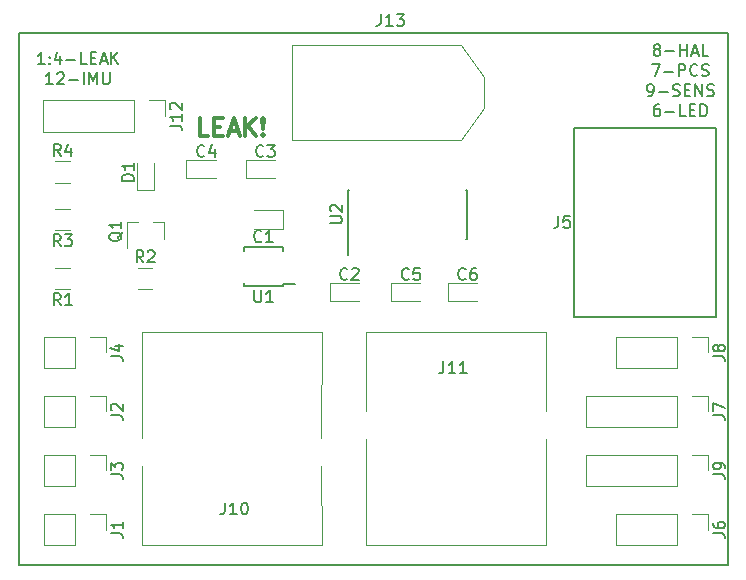
<source format=gbr>
G04 #@! TF.GenerationSoftware,KiCad,Pcbnew,(5.0.0)*
G04 #@! TF.CreationDate,2019-04-11T14:41:24-07:00*
G04 #@! TF.ProjectId,USP-Board,5553502D426F6172642E6B696361645F,rev?*
G04 #@! TF.SameCoordinates,Original*
G04 #@! TF.FileFunction,Legend,Top*
G04 #@! TF.FilePolarity,Positive*
%FSLAX46Y46*%
G04 Gerber Fmt 4.6, Leading zero omitted, Abs format (unit mm)*
G04 Created by KiCad (PCBNEW (5.0.0)) date 04/11/19 14:41:24*
%MOMM*%
%LPD*%
G01*
G04 APERTURE LIST*
%ADD10C,0.200000*%
%ADD11C,0.300000*%
%ADD12C,0.120000*%
%ADD13C,0.150000*%
%ADD14C,0.100000*%
G04 APERTURE END LIST*
D10*
X132166666Y-92602380D02*
X131595238Y-92602380D01*
X131880952Y-92602380D02*
X131880952Y-91602380D01*
X131785714Y-91745238D01*
X131690476Y-91840476D01*
X131595238Y-91888095D01*
X132595238Y-92507142D02*
X132642857Y-92554761D01*
X132595238Y-92602380D01*
X132547619Y-92554761D01*
X132595238Y-92507142D01*
X132595238Y-92602380D01*
X132595238Y-91983333D02*
X132642857Y-92030952D01*
X132595238Y-92078571D01*
X132547619Y-92030952D01*
X132595238Y-91983333D01*
X132595238Y-92078571D01*
X133500000Y-91935714D02*
X133500000Y-92602380D01*
X133261904Y-91554761D02*
X133023809Y-92269047D01*
X133642857Y-92269047D01*
X134023809Y-92221428D02*
X134785714Y-92221428D01*
X135738095Y-92602380D02*
X135261904Y-92602380D01*
X135261904Y-91602380D01*
X136071428Y-92078571D02*
X136404761Y-92078571D01*
X136547619Y-92602380D02*
X136071428Y-92602380D01*
X136071428Y-91602380D01*
X136547619Y-91602380D01*
X136928571Y-92316666D02*
X137404761Y-92316666D01*
X136833333Y-92602380D02*
X137166666Y-91602380D01*
X137500000Y-92602380D01*
X137833333Y-92602380D02*
X137833333Y-91602380D01*
X138404761Y-92602380D02*
X137976190Y-92030952D01*
X138404761Y-91602380D02*
X137833333Y-92173809D01*
X132857142Y-94302380D02*
X132285714Y-94302380D01*
X132571428Y-94302380D02*
X132571428Y-93302380D01*
X132476190Y-93445238D01*
X132380952Y-93540476D01*
X132285714Y-93588095D01*
X133238095Y-93397619D02*
X133285714Y-93350000D01*
X133380952Y-93302380D01*
X133619047Y-93302380D01*
X133714285Y-93350000D01*
X133761904Y-93397619D01*
X133809523Y-93492857D01*
X133809523Y-93588095D01*
X133761904Y-93730952D01*
X133190476Y-94302380D01*
X133809523Y-94302380D01*
X134238095Y-93921428D02*
X135000000Y-93921428D01*
X135476190Y-94302380D02*
X135476190Y-93302380D01*
X135952380Y-94302380D02*
X135952380Y-93302380D01*
X136285714Y-94016666D01*
X136619047Y-93302380D01*
X136619047Y-94302380D01*
X137095238Y-93302380D02*
X137095238Y-94111904D01*
X137142857Y-94207142D01*
X137190476Y-94254761D01*
X137285714Y-94302380D01*
X137476190Y-94302380D01*
X137571428Y-94254761D01*
X137619047Y-94207142D01*
X137666666Y-94111904D01*
X137666666Y-93302380D01*
X183928571Y-91330952D02*
X183833333Y-91283333D01*
X183785714Y-91235714D01*
X183738095Y-91140476D01*
X183738095Y-91092857D01*
X183785714Y-90997619D01*
X183833333Y-90950000D01*
X183928571Y-90902380D01*
X184119047Y-90902380D01*
X184214285Y-90950000D01*
X184261904Y-90997619D01*
X184309523Y-91092857D01*
X184309523Y-91140476D01*
X184261904Y-91235714D01*
X184214285Y-91283333D01*
X184119047Y-91330952D01*
X183928571Y-91330952D01*
X183833333Y-91378571D01*
X183785714Y-91426190D01*
X183738095Y-91521428D01*
X183738095Y-91711904D01*
X183785714Y-91807142D01*
X183833333Y-91854761D01*
X183928571Y-91902380D01*
X184119047Y-91902380D01*
X184214285Y-91854761D01*
X184261904Y-91807142D01*
X184309523Y-91711904D01*
X184309523Y-91521428D01*
X184261904Y-91426190D01*
X184214285Y-91378571D01*
X184119047Y-91330952D01*
X184738095Y-91521428D02*
X185500000Y-91521428D01*
X185976190Y-91902380D02*
X185976190Y-90902380D01*
X185976190Y-91378571D02*
X186547619Y-91378571D01*
X186547619Y-91902380D02*
X186547619Y-90902380D01*
X186976190Y-91616666D02*
X187452380Y-91616666D01*
X186880952Y-91902380D02*
X187214285Y-90902380D01*
X187547619Y-91902380D01*
X188357142Y-91902380D02*
X187880952Y-91902380D01*
X187880952Y-90902380D01*
X183571428Y-92602380D02*
X184238095Y-92602380D01*
X183809523Y-93602380D01*
X184619047Y-93221428D02*
X185380952Y-93221428D01*
X185857142Y-93602380D02*
X185857142Y-92602380D01*
X186238095Y-92602380D01*
X186333333Y-92650000D01*
X186380952Y-92697619D01*
X186428571Y-92792857D01*
X186428571Y-92935714D01*
X186380952Y-93030952D01*
X186333333Y-93078571D01*
X186238095Y-93126190D01*
X185857142Y-93126190D01*
X187428571Y-93507142D02*
X187380952Y-93554761D01*
X187238095Y-93602380D01*
X187142857Y-93602380D01*
X187000000Y-93554761D01*
X186904761Y-93459523D01*
X186857142Y-93364285D01*
X186809523Y-93173809D01*
X186809523Y-93030952D01*
X186857142Y-92840476D01*
X186904761Y-92745238D01*
X187000000Y-92650000D01*
X187142857Y-92602380D01*
X187238095Y-92602380D01*
X187380952Y-92650000D01*
X187428571Y-92697619D01*
X187809523Y-93554761D02*
X187952380Y-93602380D01*
X188190476Y-93602380D01*
X188285714Y-93554761D01*
X188333333Y-93507142D01*
X188380952Y-93411904D01*
X188380952Y-93316666D01*
X188333333Y-93221428D01*
X188285714Y-93173809D01*
X188190476Y-93126190D01*
X188000000Y-93078571D01*
X187904761Y-93030952D01*
X187857142Y-92983333D01*
X187809523Y-92888095D01*
X187809523Y-92792857D01*
X187857142Y-92697619D01*
X187904761Y-92650000D01*
X188000000Y-92602380D01*
X188238095Y-92602380D01*
X188380952Y-92650000D01*
X183261904Y-95302380D02*
X183452380Y-95302380D01*
X183547619Y-95254761D01*
X183595238Y-95207142D01*
X183690476Y-95064285D01*
X183738095Y-94873809D01*
X183738095Y-94492857D01*
X183690476Y-94397619D01*
X183642857Y-94350000D01*
X183547619Y-94302380D01*
X183357142Y-94302380D01*
X183261904Y-94350000D01*
X183214285Y-94397619D01*
X183166666Y-94492857D01*
X183166666Y-94730952D01*
X183214285Y-94826190D01*
X183261904Y-94873809D01*
X183357142Y-94921428D01*
X183547619Y-94921428D01*
X183642857Y-94873809D01*
X183690476Y-94826190D01*
X183738095Y-94730952D01*
X184166666Y-94921428D02*
X184928571Y-94921428D01*
X185357142Y-95254761D02*
X185500000Y-95302380D01*
X185738095Y-95302380D01*
X185833333Y-95254761D01*
X185880952Y-95207142D01*
X185928571Y-95111904D01*
X185928571Y-95016666D01*
X185880952Y-94921428D01*
X185833333Y-94873809D01*
X185738095Y-94826190D01*
X185547619Y-94778571D01*
X185452380Y-94730952D01*
X185404761Y-94683333D01*
X185357142Y-94588095D01*
X185357142Y-94492857D01*
X185404761Y-94397619D01*
X185452380Y-94350000D01*
X185547619Y-94302380D01*
X185785714Y-94302380D01*
X185928571Y-94350000D01*
X186357142Y-94778571D02*
X186690476Y-94778571D01*
X186833333Y-95302380D02*
X186357142Y-95302380D01*
X186357142Y-94302380D01*
X186833333Y-94302380D01*
X187261904Y-95302380D02*
X187261904Y-94302380D01*
X187833333Y-95302380D01*
X187833333Y-94302380D01*
X188261904Y-95254761D02*
X188404761Y-95302380D01*
X188642857Y-95302380D01*
X188738095Y-95254761D01*
X188785714Y-95207142D01*
X188833333Y-95111904D01*
X188833333Y-95016666D01*
X188785714Y-94921428D01*
X188738095Y-94873809D01*
X188642857Y-94826190D01*
X188452380Y-94778571D01*
X188357142Y-94730952D01*
X188309523Y-94683333D01*
X188261904Y-94588095D01*
X188261904Y-94492857D01*
X188309523Y-94397619D01*
X188357142Y-94350000D01*
X188452380Y-94302380D01*
X188690476Y-94302380D01*
X188833333Y-94350000D01*
X184214285Y-96002380D02*
X184023809Y-96002380D01*
X183928571Y-96050000D01*
X183880952Y-96097619D01*
X183785714Y-96240476D01*
X183738095Y-96430952D01*
X183738095Y-96811904D01*
X183785714Y-96907142D01*
X183833333Y-96954761D01*
X183928571Y-97002380D01*
X184119047Y-97002380D01*
X184214285Y-96954761D01*
X184261904Y-96907142D01*
X184309523Y-96811904D01*
X184309523Y-96573809D01*
X184261904Y-96478571D01*
X184214285Y-96430952D01*
X184119047Y-96383333D01*
X183928571Y-96383333D01*
X183833333Y-96430952D01*
X183785714Y-96478571D01*
X183738095Y-96573809D01*
X184738095Y-96621428D02*
X185500000Y-96621428D01*
X186452380Y-97002380D02*
X185976190Y-97002380D01*
X185976190Y-96002380D01*
X186785714Y-96478571D02*
X187119047Y-96478571D01*
X187261904Y-97002380D02*
X186785714Y-97002380D01*
X186785714Y-96002380D01*
X187261904Y-96002380D01*
X187690476Y-97002380D02*
X187690476Y-96002380D01*
X187928571Y-96002380D01*
X188071428Y-96050000D01*
X188166666Y-96145238D01*
X188214285Y-96240476D01*
X188261904Y-96430952D01*
X188261904Y-96573809D01*
X188214285Y-96764285D01*
X188166666Y-96859523D01*
X188071428Y-96954761D01*
X187928571Y-97002380D01*
X187690476Y-97002380D01*
D11*
X146035714Y-98678571D02*
X145321428Y-98678571D01*
X145321428Y-97178571D01*
X146535714Y-97892857D02*
X147035714Y-97892857D01*
X147250000Y-98678571D02*
X146535714Y-98678571D01*
X146535714Y-97178571D01*
X147250000Y-97178571D01*
X147821428Y-98250000D02*
X148535714Y-98250000D01*
X147678571Y-98678571D02*
X148178571Y-97178571D01*
X148678571Y-98678571D01*
X149178571Y-98678571D02*
X149178571Y-97178571D01*
X150035714Y-98678571D02*
X149392857Y-97821428D01*
X150035714Y-97178571D02*
X149178571Y-98035714D01*
X150678571Y-98535714D02*
X150750000Y-98607142D01*
X150678571Y-98678571D01*
X150607142Y-98607142D01*
X150678571Y-98535714D01*
X150678571Y-98678571D01*
X150678571Y-98107142D02*
X150607142Y-97250000D01*
X150678571Y-97178571D01*
X150750000Y-97250000D01*
X150678571Y-98107142D01*
X150678571Y-97178571D01*
D10*
X130000000Y-135000000D02*
X130000000Y-90000000D01*
X190000000Y-135000000D02*
X130000000Y-135000000D01*
X190000000Y-90000000D02*
X190000000Y-135000000D01*
X130000000Y-90000000D02*
X190000000Y-90000000D01*
D12*
G04 #@! TO.C,J10*
X140380000Y-133305001D02*
X155620000Y-133305001D01*
X155620000Y-115275001D02*
X155610000Y-124265001D01*
X155620000Y-115275001D02*
X140380000Y-115275001D01*
X140380000Y-115275001D02*
X140380000Y-124275001D01*
X155610000Y-126605001D02*
X155620000Y-133305001D01*
X140380000Y-126595001D02*
X140380000Y-133305001D01*
G04 #@! TO.C,J11*
X174620000Y-121985001D02*
X174620000Y-115275001D01*
X159390000Y-121975001D02*
X159380000Y-115275001D01*
X174620000Y-133305001D02*
X174620000Y-124305001D01*
X159380000Y-133305001D02*
X174620000Y-133305001D01*
X159380000Y-133305001D02*
X159390000Y-124315001D01*
X174620000Y-115275001D02*
X159380000Y-115275001D01*
G04 #@! TO.C,C1*
X152379643Y-104951759D02*
X149894643Y-104951759D01*
X152379643Y-106521759D02*
X152379643Y-104951759D01*
X149894643Y-106521759D02*
X152379643Y-106521759D01*
G04 #@! TO.C,C2*
X158777446Y-111105998D02*
X156292446Y-111105998D01*
X156292446Y-111105998D02*
X156292446Y-112675998D01*
X156292446Y-112675998D02*
X158777446Y-112675998D01*
G04 #@! TO.C,C3*
X151665838Y-100681063D02*
X149180838Y-100681063D01*
X149180838Y-100681063D02*
X149180838Y-102251063D01*
X149180838Y-102251063D02*
X151665838Y-102251063D01*
G04 #@! TO.C,C4*
X144180838Y-102251063D02*
X146665838Y-102251063D01*
X144180838Y-100681063D02*
X144180838Y-102251063D01*
X146665838Y-100681063D02*
X144180838Y-100681063D01*
G04 #@! TO.C,C5*
X163977446Y-111105998D02*
X161492446Y-111105998D01*
X161492446Y-111105998D02*
X161492446Y-112675998D01*
X161492446Y-112675998D02*
X163977446Y-112675998D01*
G04 #@! TO.C,C6*
X166292446Y-112675998D02*
X168777446Y-112675998D01*
X166292446Y-111105998D02*
X166292446Y-112675998D01*
X168777446Y-111105998D02*
X166292446Y-111105998D01*
G04 #@! TO.C,D1*
X139959643Y-100936759D02*
X139959643Y-103221759D01*
X139959643Y-103221759D02*
X141429643Y-103221759D01*
X141429643Y-103221759D02*
X141429643Y-100936759D01*
G04 #@! TO.C,J1*
X137330000Y-130670000D02*
X137330000Y-132000000D01*
X136000000Y-130670000D02*
X137330000Y-130670000D01*
X134730000Y-130670000D02*
X134730000Y-133330000D01*
X134730000Y-133330000D02*
X132130000Y-133330000D01*
X134730000Y-130670000D02*
X132130000Y-130670000D01*
X132130000Y-130670000D02*
X132130000Y-133330000D01*
G04 #@! TO.C,J2*
X132130000Y-120670000D02*
X132130000Y-123330000D01*
X134730000Y-120670000D02*
X132130000Y-120670000D01*
X134730000Y-123330000D02*
X132130000Y-123330000D01*
X134730000Y-120670000D02*
X134730000Y-123330000D01*
X136000000Y-120670000D02*
X137330000Y-120670000D01*
X137330000Y-120670000D02*
X137330000Y-122000000D01*
G04 #@! TO.C,J3*
X137330000Y-125670000D02*
X137330000Y-127000000D01*
X136000000Y-125670000D02*
X137330000Y-125670000D01*
X134730000Y-125670000D02*
X134730000Y-128330000D01*
X134730000Y-128330000D02*
X132130000Y-128330000D01*
X134730000Y-125670000D02*
X132130000Y-125670000D01*
X132130000Y-125670000D02*
X132130000Y-128330000D01*
G04 #@! TO.C,J4*
X132130000Y-115670000D02*
X132130000Y-118330000D01*
X134730000Y-115670000D02*
X132130000Y-115670000D01*
X134730000Y-118330000D02*
X132130000Y-118330000D01*
X134730000Y-115670000D02*
X134730000Y-118330000D01*
X136000000Y-115670000D02*
X137330000Y-115670000D01*
X137330000Y-115670000D02*
X137330000Y-117000000D01*
D13*
G04 #@! TO.C,J5*
X189000000Y-114000000D02*
X177000000Y-114000000D01*
X177000000Y-114000000D02*
X177000000Y-98000000D01*
X177000000Y-98000000D02*
X189000000Y-98000000D01*
X189000000Y-98000000D02*
X189000000Y-114000000D01*
D12*
G04 #@! TO.C,J6*
X188330000Y-130670000D02*
X188330000Y-132000000D01*
X187000000Y-130670000D02*
X188330000Y-130670000D01*
X185730000Y-130670000D02*
X185730000Y-133330000D01*
X185730000Y-133330000D02*
X180590000Y-133330000D01*
X185730000Y-130670000D02*
X180590000Y-130670000D01*
X180590000Y-130670000D02*
X180590000Y-133330000D01*
G04 #@! TO.C,J7*
X188330000Y-120670000D02*
X188330000Y-122000000D01*
X187000000Y-120670000D02*
X188330000Y-120670000D01*
X185730000Y-120670000D02*
X185730000Y-123330000D01*
X185730000Y-123330000D02*
X178050000Y-123330000D01*
X185730000Y-120670000D02*
X178050000Y-120670000D01*
X178050000Y-120670000D02*
X178050000Y-123330000D01*
G04 #@! TO.C,J8*
X180590000Y-115670000D02*
X180590000Y-118330000D01*
X185730000Y-115670000D02*
X180590000Y-115670000D01*
X185730000Y-118330000D02*
X180590000Y-118330000D01*
X185730000Y-115670000D02*
X185730000Y-118330000D01*
X187000000Y-115670000D02*
X188330000Y-115670000D01*
X188330000Y-115670000D02*
X188330000Y-117000000D01*
G04 #@! TO.C,J9*
X178050000Y-125670000D02*
X178050000Y-128330000D01*
X185730000Y-125670000D02*
X178050000Y-125670000D01*
X185730000Y-128330000D02*
X178050000Y-128330000D01*
X185730000Y-125670000D02*
X185730000Y-128330000D01*
X187000000Y-125670000D02*
X188330000Y-125670000D01*
X188330000Y-125670000D02*
X188330000Y-127000000D01*
G04 #@! TO.C,J12*
X132050000Y-95670000D02*
X132050000Y-98330000D01*
X139730000Y-95670000D02*
X132050000Y-95670000D01*
X139730000Y-98330000D02*
X132050000Y-98330000D01*
X139730000Y-95670000D02*
X139730000Y-98330000D01*
X141000000Y-95670000D02*
X142330000Y-95670000D01*
X142330000Y-95670000D02*
X142330000Y-97000000D01*
G04 #@! TO.C,Q1*
X142274643Y-105976759D02*
X141344643Y-105976759D01*
X139114643Y-105976759D02*
X140044643Y-105976759D01*
X139114643Y-105976759D02*
X139114643Y-108136759D01*
X142274643Y-105976759D02*
X142274643Y-107436759D01*
G04 #@! TO.C,R1*
X134296707Y-109826759D02*
X133092579Y-109826759D01*
X134296707Y-111646759D02*
X133092579Y-111646759D01*
G04 #@! TO.C,R2*
X140092579Y-109826759D02*
X141296707Y-109826759D01*
X140092579Y-111646759D02*
X141296707Y-111646759D01*
G04 #@! TO.C,R3*
X134296707Y-104826759D02*
X133092579Y-104826759D01*
X134296707Y-106646759D02*
X133092579Y-106646759D01*
G04 #@! TO.C,R4*
X133092579Y-100826759D02*
X134296707Y-100826759D01*
X133092579Y-102646759D02*
X134296707Y-102646759D01*
D13*
G04 #@! TO.C,U1*
X152319643Y-111361759D02*
X152319643Y-111186759D01*
X149069643Y-111361759D02*
X149069643Y-111086759D01*
X149069643Y-108111759D02*
X149069643Y-108386759D01*
X152319643Y-108111759D02*
X152319643Y-108386759D01*
X152319643Y-111361759D02*
X149069643Y-111361759D01*
X152319643Y-108111759D02*
X149069643Y-108111759D01*
X152319643Y-111186759D02*
X153394643Y-111186759D01*
G04 #@! TO.C,U2*
X157825000Y-107375000D02*
X157850000Y-107375000D01*
X157825000Y-103225000D02*
X157930000Y-103225000D01*
X167975000Y-103225000D02*
X167870000Y-103225000D01*
X167975000Y-107375000D02*
X167870000Y-107375000D01*
X157825000Y-107375000D02*
X157825000Y-103225000D01*
X167975000Y-107375000D02*
X167975000Y-103225000D01*
X157850000Y-107375000D02*
X157850000Y-108750000D01*
D14*
G04 #@! TO.C,J13*
X157800000Y-91000000D02*
X153100000Y-91000000D01*
X153100000Y-91000000D02*
X153100000Y-92600000D01*
X157500000Y-99000000D02*
X153300000Y-99000000D01*
X153300000Y-99000000D02*
X153200000Y-99000000D01*
X153200000Y-99000000D02*
X153100000Y-99000000D01*
X153100000Y-99000000D02*
X153100000Y-95000000D01*
X167400000Y-91000000D02*
X169400000Y-93700000D01*
X167400000Y-99000000D02*
X169400000Y-96300000D01*
X169400000Y-95000000D02*
X169400000Y-93750000D01*
X169400000Y-95000000D02*
X169400000Y-96250000D01*
X165000000Y-91000000D02*
X167400000Y-91000000D01*
X162000000Y-91000000D02*
X165000000Y-91000000D01*
X165000000Y-99000000D02*
X167400000Y-99000000D01*
X161900000Y-99000000D02*
X165000000Y-99000000D01*
X169400000Y-95100000D02*
X169400000Y-94800000D01*
X153100000Y-95000000D02*
X153100000Y-92600000D01*
X157500000Y-99000000D02*
X161900000Y-99000000D01*
X157800000Y-91000000D02*
X162000000Y-91000000D01*
G04 #@! TD*
G04 #@! TO.C,J10*
D13*
X147440476Y-129717381D02*
X147440476Y-130431667D01*
X147392857Y-130574524D01*
X147297619Y-130669762D01*
X147154761Y-130717381D01*
X147059523Y-130717381D01*
X148440476Y-130717381D02*
X147869047Y-130717381D01*
X148154761Y-130717381D02*
X148154761Y-129717381D01*
X148059523Y-129860239D01*
X147964285Y-129955477D01*
X147869047Y-130003096D01*
X149059523Y-129717381D02*
X149154761Y-129717381D01*
X149250000Y-129765001D01*
X149297619Y-129812620D01*
X149345238Y-129907858D01*
X149392857Y-130098334D01*
X149392857Y-130336429D01*
X149345238Y-130526905D01*
X149297619Y-130622143D01*
X149250000Y-130669762D01*
X149154761Y-130717381D01*
X149059523Y-130717381D01*
X148964285Y-130669762D01*
X148916666Y-130622143D01*
X148869047Y-130526905D01*
X148821428Y-130336429D01*
X148821428Y-130098334D01*
X148869047Y-129907858D01*
X148916666Y-129812620D01*
X148964285Y-129765001D01*
X149059523Y-129717381D01*
G04 #@! TO.C,J11*
X165940476Y-117767381D02*
X165940476Y-118481667D01*
X165892857Y-118624524D01*
X165797619Y-118719762D01*
X165654761Y-118767381D01*
X165559523Y-118767381D01*
X166940476Y-118767381D02*
X166369047Y-118767381D01*
X166654761Y-118767381D02*
X166654761Y-117767381D01*
X166559523Y-117910239D01*
X166464285Y-118005477D01*
X166369047Y-118053096D01*
X167892857Y-118767381D02*
X167321428Y-118767381D01*
X167607142Y-118767381D02*
X167607142Y-117767381D01*
X167511904Y-117910239D01*
X167416666Y-118005477D01*
X167321428Y-118053096D01*
G04 #@! TO.C,C1*
X150527976Y-107573901D02*
X150480357Y-107621520D01*
X150337500Y-107669139D01*
X150242262Y-107669139D01*
X150099404Y-107621520D01*
X150004166Y-107526282D01*
X149956547Y-107431044D01*
X149908928Y-107240568D01*
X149908928Y-107097711D01*
X149956547Y-106907235D01*
X150004166Y-106811997D01*
X150099404Y-106716759D01*
X150242262Y-106669139D01*
X150337500Y-106669139D01*
X150480357Y-106716759D01*
X150527976Y-106764378D01*
X151480357Y-107669139D02*
X150908928Y-107669139D01*
X151194643Y-107669139D02*
X151194643Y-106669139D01*
X151099404Y-106811997D01*
X151004166Y-106907235D01*
X150908928Y-106954854D01*
G04 #@! TO.C,C2*
X157810779Y-110768140D02*
X157763160Y-110815759D01*
X157620303Y-110863378D01*
X157525065Y-110863378D01*
X157382207Y-110815759D01*
X157286969Y-110720521D01*
X157239350Y-110625283D01*
X157191731Y-110434807D01*
X157191731Y-110291950D01*
X157239350Y-110101474D01*
X157286969Y-110006236D01*
X157382207Y-109910998D01*
X157525065Y-109863378D01*
X157620303Y-109863378D01*
X157763160Y-109910998D01*
X157810779Y-109958617D01*
X158191731Y-109958617D02*
X158239350Y-109910998D01*
X158334588Y-109863378D01*
X158572684Y-109863378D01*
X158667922Y-109910998D01*
X158715541Y-109958617D01*
X158763160Y-110053855D01*
X158763160Y-110149093D01*
X158715541Y-110291950D01*
X158144112Y-110863378D01*
X158763160Y-110863378D01*
G04 #@! TO.C,C3*
X150699171Y-100343205D02*
X150651552Y-100390824D01*
X150508695Y-100438443D01*
X150413457Y-100438443D01*
X150270599Y-100390824D01*
X150175361Y-100295586D01*
X150127742Y-100200348D01*
X150080123Y-100009872D01*
X150080123Y-99867015D01*
X150127742Y-99676539D01*
X150175361Y-99581301D01*
X150270599Y-99486063D01*
X150413457Y-99438443D01*
X150508695Y-99438443D01*
X150651552Y-99486063D01*
X150699171Y-99533682D01*
X151032504Y-99438443D02*
X151651552Y-99438443D01*
X151318218Y-99819396D01*
X151461076Y-99819396D01*
X151556314Y-99867015D01*
X151603933Y-99914634D01*
X151651552Y-100009872D01*
X151651552Y-100247967D01*
X151603933Y-100343205D01*
X151556314Y-100390824D01*
X151461076Y-100438443D01*
X151175361Y-100438443D01*
X151080123Y-100390824D01*
X151032504Y-100343205D01*
G04 #@! TO.C,C4*
X145699171Y-100343205D02*
X145651552Y-100390824D01*
X145508695Y-100438443D01*
X145413457Y-100438443D01*
X145270599Y-100390824D01*
X145175361Y-100295586D01*
X145127742Y-100200348D01*
X145080123Y-100009872D01*
X145080123Y-99867015D01*
X145127742Y-99676539D01*
X145175361Y-99581301D01*
X145270599Y-99486063D01*
X145413457Y-99438443D01*
X145508695Y-99438443D01*
X145651552Y-99486063D01*
X145699171Y-99533682D01*
X146556314Y-99771777D02*
X146556314Y-100438443D01*
X146318218Y-99390824D02*
X146080123Y-100105110D01*
X146699171Y-100105110D01*
G04 #@! TO.C,C5*
X163010779Y-110768140D02*
X162963160Y-110815759D01*
X162820303Y-110863378D01*
X162725065Y-110863378D01*
X162582207Y-110815759D01*
X162486969Y-110720521D01*
X162439350Y-110625283D01*
X162391731Y-110434807D01*
X162391731Y-110291950D01*
X162439350Y-110101474D01*
X162486969Y-110006236D01*
X162582207Y-109910998D01*
X162725065Y-109863378D01*
X162820303Y-109863378D01*
X162963160Y-109910998D01*
X163010779Y-109958617D01*
X163915541Y-109863378D02*
X163439350Y-109863378D01*
X163391731Y-110339569D01*
X163439350Y-110291950D01*
X163534588Y-110244331D01*
X163772684Y-110244331D01*
X163867922Y-110291950D01*
X163915541Y-110339569D01*
X163963160Y-110434807D01*
X163963160Y-110672902D01*
X163915541Y-110768140D01*
X163867922Y-110815759D01*
X163772684Y-110863378D01*
X163534588Y-110863378D01*
X163439350Y-110815759D01*
X163391731Y-110768140D01*
G04 #@! TO.C,C6*
X167810779Y-110768140D02*
X167763160Y-110815759D01*
X167620303Y-110863378D01*
X167525065Y-110863378D01*
X167382207Y-110815759D01*
X167286969Y-110720521D01*
X167239350Y-110625283D01*
X167191731Y-110434807D01*
X167191731Y-110291950D01*
X167239350Y-110101474D01*
X167286969Y-110006236D01*
X167382207Y-109910998D01*
X167525065Y-109863378D01*
X167620303Y-109863378D01*
X167763160Y-109910998D01*
X167810779Y-109958617D01*
X168667922Y-109863378D02*
X168477446Y-109863378D01*
X168382207Y-109910998D01*
X168334588Y-109958617D01*
X168239350Y-110101474D01*
X168191731Y-110291950D01*
X168191731Y-110672902D01*
X168239350Y-110768140D01*
X168286969Y-110815759D01*
X168382207Y-110863378D01*
X168572684Y-110863378D01*
X168667922Y-110815759D01*
X168715541Y-110768140D01*
X168763160Y-110672902D01*
X168763160Y-110434807D01*
X168715541Y-110339569D01*
X168667922Y-110291950D01*
X168572684Y-110244331D01*
X168382207Y-110244331D01*
X168286969Y-110291950D01*
X168239350Y-110339569D01*
X168191731Y-110434807D01*
G04 #@! TO.C,D1*
X139717023Y-102474854D02*
X138717023Y-102474854D01*
X138717023Y-102236759D01*
X138764643Y-102093901D01*
X138859881Y-101998663D01*
X138955119Y-101951044D01*
X139145595Y-101903425D01*
X139288452Y-101903425D01*
X139478928Y-101951044D01*
X139574166Y-101998663D01*
X139669404Y-102093901D01*
X139717023Y-102236759D01*
X139717023Y-102474854D01*
X139717023Y-100951044D02*
X139717023Y-101522473D01*
X139717023Y-101236759D02*
X138717023Y-101236759D01*
X138859881Y-101331997D01*
X138955119Y-101427235D01*
X139002738Y-101522473D01*
G04 #@! TO.C,J1*
X137782380Y-132333333D02*
X138496666Y-132333333D01*
X138639523Y-132380952D01*
X138734761Y-132476190D01*
X138782380Y-132619047D01*
X138782380Y-132714285D01*
X138782380Y-131333333D02*
X138782380Y-131904761D01*
X138782380Y-131619047D02*
X137782380Y-131619047D01*
X137925238Y-131714285D01*
X138020476Y-131809523D01*
X138068095Y-131904761D01*
G04 #@! TO.C,J2*
X137782380Y-122333333D02*
X138496666Y-122333333D01*
X138639523Y-122380952D01*
X138734761Y-122476190D01*
X138782380Y-122619047D01*
X138782380Y-122714285D01*
X137877619Y-121904761D02*
X137830000Y-121857142D01*
X137782380Y-121761904D01*
X137782380Y-121523809D01*
X137830000Y-121428571D01*
X137877619Y-121380952D01*
X137972857Y-121333333D01*
X138068095Y-121333333D01*
X138210952Y-121380952D01*
X138782380Y-121952380D01*
X138782380Y-121333333D01*
G04 #@! TO.C,J3*
X137782380Y-127333333D02*
X138496666Y-127333333D01*
X138639523Y-127380952D01*
X138734761Y-127476190D01*
X138782380Y-127619047D01*
X138782380Y-127714285D01*
X137782380Y-126952380D02*
X137782380Y-126333333D01*
X138163333Y-126666666D01*
X138163333Y-126523809D01*
X138210952Y-126428571D01*
X138258571Y-126380952D01*
X138353809Y-126333333D01*
X138591904Y-126333333D01*
X138687142Y-126380952D01*
X138734761Y-126428571D01*
X138782380Y-126523809D01*
X138782380Y-126809523D01*
X138734761Y-126904761D01*
X138687142Y-126952380D01*
G04 #@! TO.C,J4*
X137782380Y-117333333D02*
X138496666Y-117333333D01*
X138639523Y-117380952D01*
X138734761Y-117476190D01*
X138782380Y-117619047D01*
X138782380Y-117714285D01*
X138115714Y-116428571D02*
X138782380Y-116428571D01*
X137734761Y-116666666D02*
X138449047Y-116904761D01*
X138449047Y-116285714D01*
G04 #@! TO.C,J5*
X175666666Y-105452380D02*
X175666666Y-106166666D01*
X175619047Y-106309523D01*
X175523809Y-106404761D01*
X175380952Y-106452380D01*
X175285714Y-106452380D01*
X176619047Y-105452380D02*
X176142857Y-105452380D01*
X176095238Y-105928571D01*
X176142857Y-105880952D01*
X176238095Y-105833333D01*
X176476190Y-105833333D01*
X176571428Y-105880952D01*
X176619047Y-105928571D01*
X176666666Y-106023809D01*
X176666666Y-106261904D01*
X176619047Y-106357142D01*
X176571428Y-106404761D01*
X176476190Y-106452380D01*
X176238095Y-106452380D01*
X176142857Y-106404761D01*
X176095238Y-106357142D01*
G04 #@! TO.C,J6*
X188782380Y-132333333D02*
X189496666Y-132333333D01*
X189639523Y-132380952D01*
X189734761Y-132476190D01*
X189782380Y-132619047D01*
X189782380Y-132714285D01*
X188782380Y-131428571D02*
X188782380Y-131619047D01*
X188830000Y-131714285D01*
X188877619Y-131761904D01*
X189020476Y-131857142D01*
X189210952Y-131904761D01*
X189591904Y-131904761D01*
X189687142Y-131857142D01*
X189734761Y-131809523D01*
X189782380Y-131714285D01*
X189782380Y-131523809D01*
X189734761Y-131428571D01*
X189687142Y-131380952D01*
X189591904Y-131333333D01*
X189353809Y-131333333D01*
X189258571Y-131380952D01*
X189210952Y-131428571D01*
X189163333Y-131523809D01*
X189163333Y-131714285D01*
X189210952Y-131809523D01*
X189258571Y-131857142D01*
X189353809Y-131904761D01*
G04 #@! TO.C,J7*
X188782380Y-122333333D02*
X189496666Y-122333333D01*
X189639523Y-122380952D01*
X189734761Y-122476190D01*
X189782380Y-122619047D01*
X189782380Y-122714285D01*
X188782380Y-121952380D02*
X188782380Y-121285714D01*
X189782380Y-121714285D01*
G04 #@! TO.C,J8*
X188782380Y-117333333D02*
X189496666Y-117333333D01*
X189639523Y-117380952D01*
X189734761Y-117476190D01*
X189782380Y-117619047D01*
X189782380Y-117714285D01*
X189210952Y-116714285D02*
X189163333Y-116809523D01*
X189115714Y-116857142D01*
X189020476Y-116904761D01*
X188972857Y-116904761D01*
X188877619Y-116857142D01*
X188830000Y-116809523D01*
X188782380Y-116714285D01*
X188782380Y-116523809D01*
X188830000Y-116428571D01*
X188877619Y-116380952D01*
X188972857Y-116333333D01*
X189020476Y-116333333D01*
X189115714Y-116380952D01*
X189163333Y-116428571D01*
X189210952Y-116523809D01*
X189210952Y-116714285D01*
X189258571Y-116809523D01*
X189306190Y-116857142D01*
X189401428Y-116904761D01*
X189591904Y-116904761D01*
X189687142Y-116857142D01*
X189734761Y-116809523D01*
X189782380Y-116714285D01*
X189782380Y-116523809D01*
X189734761Y-116428571D01*
X189687142Y-116380952D01*
X189591904Y-116333333D01*
X189401428Y-116333333D01*
X189306190Y-116380952D01*
X189258571Y-116428571D01*
X189210952Y-116523809D01*
G04 #@! TO.C,J9*
X188782380Y-127333333D02*
X189496666Y-127333333D01*
X189639523Y-127380952D01*
X189734761Y-127476190D01*
X189782380Y-127619047D01*
X189782380Y-127714285D01*
X189782380Y-126809523D02*
X189782380Y-126619047D01*
X189734761Y-126523809D01*
X189687142Y-126476190D01*
X189544285Y-126380952D01*
X189353809Y-126333333D01*
X188972857Y-126333333D01*
X188877619Y-126380952D01*
X188830000Y-126428571D01*
X188782380Y-126523809D01*
X188782380Y-126714285D01*
X188830000Y-126809523D01*
X188877619Y-126857142D01*
X188972857Y-126904761D01*
X189210952Y-126904761D01*
X189306190Y-126857142D01*
X189353809Y-126809523D01*
X189401428Y-126714285D01*
X189401428Y-126523809D01*
X189353809Y-126428571D01*
X189306190Y-126380952D01*
X189210952Y-126333333D01*
G04 #@! TO.C,J12*
X142782380Y-97809523D02*
X143496666Y-97809523D01*
X143639523Y-97857142D01*
X143734761Y-97952380D01*
X143782380Y-98095238D01*
X143782380Y-98190476D01*
X143782380Y-96809523D02*
X143782380Y-97380952D01*
X143782380Y-97095238D02*
X142782380Y-97095238D01*
X142925238Y-97190476D01*
X143020476Y-97285714D01*
X143068095Y-97380952D01*
X142877619Y-96428571D02*
X142830000Y-96380952D01*
X142782380Y-96285714D01*
X142782380Y-96047619D01*
X142830000Y-95952380D01*
X142877619Y-95904761D01*
X142972857Y-95857142D01*
X143068095Y-95857142D01*
X143210952Y-95904761D01*
X143782380Y-96476190D01*
X143782380Y-95857142D01*
G04 #@! TO.C,Q1*
X138742262Y-106831997D02*
X138694643Y-106927235D01*
X138599404Y-107022473D01*
X138456547Y-107165330D01*
X138408928Y-107260568D01*
X138408928Y-107355806D01*
X138647023Y-107308187D02*
X138599404Y-107403425D01*
X138504166Y-107498663D01*
X138313690Y-107546282D01*
X137980357Y-107546282D01*
X137789881Y-107498663D01*
X137694643Y-107403425D01*
X137647023Y-107308187D01*
X137647023Y-107117711D01*
X137694643Y-107022473D01*
X137789881Y-106927235D01*
X137980357Y-106879616D01*
X138313690Y-106879616D01*
X138504166Y-106927235D01*
X138599404Y-107022473D01*
X138647023Y-107117711D01*
X138647023Y-107308187D01*
X138647023Y-105927235D02*
X138647023Y-106498663D01*
X138647023Y-106212949D02*
X137647023Y-106212949D01*
X137789881Y-106308187D01*
X137885119Y-106403425D01*
X137932738Y-106498663D01*
G04 #@! TO.C,R1*
X133527976Y-113009139D02*
X133194643Y-112532949D01*
X132956547Y-113009139D02*
X132956547Y-112009139D01*
X133337500Y-112009139D01*
X133432738Y-112056759D01*
X133480357Y-112104378D01*
X133527976Y-112199616D01*
X133527976Y-112342473D01*
X133480357Y-112437711D01*
X133432738Y-112485330D01*
X133337500Y-112532949D01*
X132956547Y-112532949D01*
X134480357Y-113009139D02*
X133908928Y-113009139D01*
X134194643Y-113009139D02*
X134194643Y-112009139D01*
X134099404Y-112151997D01*
X134004166Y-112247235D01*
X133908928Y-112294854D01*
G04 #@! TO.C,R2*
X140527976Y-109369139D02*
X140194643Y-108892949D01*
X139956547Y-109369139D02*
X139956547Y-108369139D01*
X140337500Y-108369139D01*
X140432738Y-108416759D01*
X140480357Y-108464378D01*
X140527976Y-108559616D01*
X140527976Y-108702473D01*
X140480357Y-108797711D01*
X140432738Y-108845330D01*
X140337500Y-108892949D01*
X139956547Y-108892949D01*
X140908928Y-108464378D02*
X140956547Y-108416759D01*
X141051785Y-108369139D01*
X141289881Y-108369139D01*
X141385119Y-108416759D01*
X141432738Y-108464378D01*
X141480357Y-108559616D01*
X141480357Y-108654854D01*
X141432738Y-108797711D01*
X140861309Y-109369139D01*
X141480357Y-109369139D01*
G04 #@! TO.C,R3*
X133527976Y-108009139D02*
X133194643Y-107532949D01*
X132956547Y-108009139D02*
X132956547Y-107009139D01*
X133337500Y-107009139D01*
X133432738Y-107056759D01*
X133480357Y-107104378D01*
X133527976Y-107199616D01*
X133527976Y-107342473D01*
X133480357Y-107437711D01*
X133432738Y-107485330D01*
X133337500Y-107532949D01*
X132956547Y-107532949D01*
X133861309Y-107009139D02*
X134480357Y-107009139D01*
X134147023Y-107390092D01*
X134289881Y-107390092D01*
X134385119Y-107437711D01*
X134432738Y-107485330D01*
X134480357Y-107580568D01*
X134480357Y-107818663D01*
X134432738Y-107913901D01*
X134385119Y-107961520D01*
X134289881Y-108009139D01*
X134004166Y-108009139D01*
X133908928Y-107961520D01*
X133861309Y-107913901D01*
G04 #@! TO.C,R4*
X133527976Y-100369139D02*
X133194643Y-99892949D01*
X132956547Y-100369139D02*
X132956547Y-99369139D01*
X133337500Y-99369139D01*
X133432738Y-99416759D01*
X133480357Y-99464378D01*
X133527976Y-99559616D01*
X133527976Y-99702473D01*
X133480357Y-99797711D01*
X133432738Y-99845330D01*
X133337500Y-99892949D01*
X132956547Y-99892949D01*
X134385119Y-99702473D02*
X134385119Y-100369139D01*
X134147023Y-99321520D02*
X133908928Y-100035806D01*
X134527976Y-100035806D01*
G04 #@! TO.C,U1*
X149932738Y-111739139D02*
X149932738Y-112548663D01*
X149980357Y-112643901D01*
X150027976Y-112691520D01*
X150123214Y-112739139D01*
X150313690Y-112739139D01*
X150408928Y-112691520D01*
X150456547Y-112643901D01*
X150504166Y-112548663D01*
X150504166Y-111739139D01*
X151504166Y-112739139D02*
X150932738Y-112739139D01*
X151218452Y-112739139D02*
X151218452Y-111739139D01*
X151123214Y-111881997D01*
X151027976Y-111977235D01*
X150932738Y-112024854D01*
G04 #@! TO.C,U2*
X156352380Y-106061904D02*
X157161904Y-106061904D01*
X157257142Y-106014285D01*
X157304761Y-105966666D01*
X157352380Y-105871428D01*
X157352380Y-105680952D01*
X157304761Y-105585714D01*
X157257142Y-105538095D01*
X157161904Y-105490476D01*
X156352380Y-105490476D01*
X156447619Y-105061904D02*
X156400000Y-105014285D01*
X156352380Y-104919047D01*
X156352380Y-104680952D01*
X156400000Y-104585714D01*
X156447619Y-104538095D01*
X156542857Y-104490476D01*
X156638095Y-104490476D01*
X156780952Y-104538095D01*
X157352380Y-105109523D01*
X157352380Y-104490476D01*
G04 #@! TO.C,J13*
X160634476Y-88356380D02*
X160634476Y-89070666D01*
X160586857Y-89213523D01*
X160491619Y-89308761D01*
X160348761Y-89356380D01*
X160253523Y-89356380D01*
X161634476Y-89356380D02*
X161063047Y-89356380D01*
X161348761Y-89356380D02*
X161348761Y-88356380D01*
X161253523Y-88499238D01*
X161158285Y-88594476D01*
X161063047Y-88642095D01*
X161967809Y-88356380D02*
X162586857Y-88356380D01*
X162253523Y-88737333D01*
X162396380Y-88737333D01*
X162491619Y-88784952D01*
X162539238Y-88832571D01*
X162586857Y-88927809D01*
X162586857Y-89165904D01*
X162539238Y-89261142D01*
X162491619Y-89308761D01*
X162396380Y-89356380D01*
X162110666Y-89356380D01*
X162015428Y-89308761D01*
X161967809Y-89261142D01*
G04 #@! TD*
M02*

</source>
